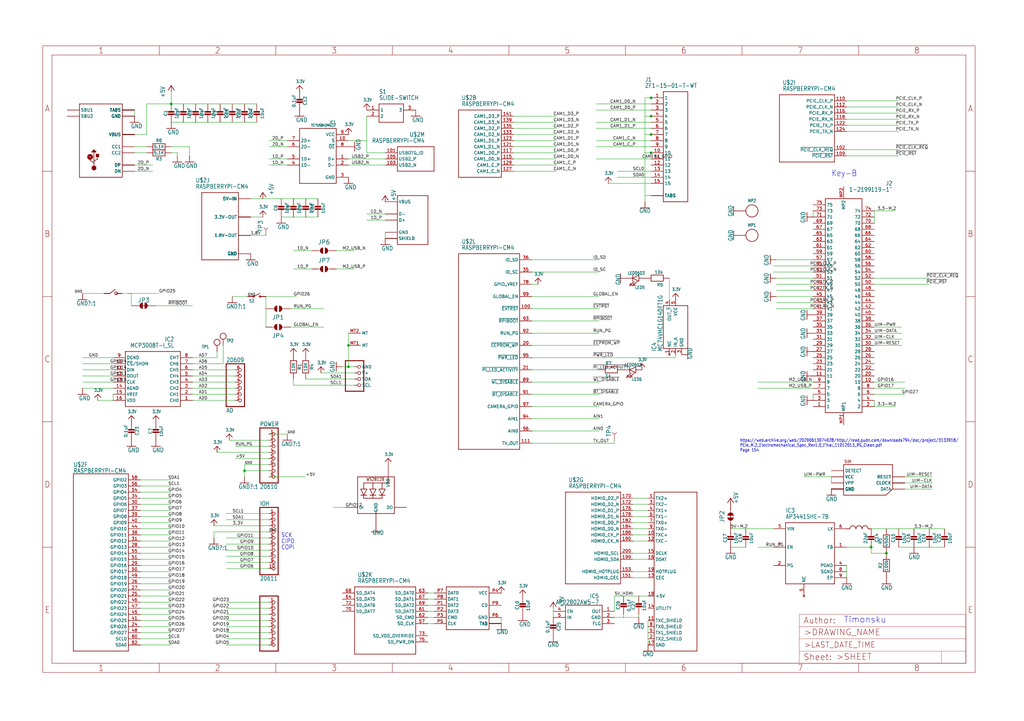
<source format=kicad_sch>
(kicad_sch (version 20210621) (generator eeschema)
  (paper "User" 425.45 299.593)
  (junction (at 361.95 227.33))
  (junction (at 270.51 48.26))
  (junction (at 101.6 195.58))
  (junction (at 144.78 152.4))
  (junction (at 144.78 143.51))
  (junction (at 270.51 63.5))
  (junction (at 270.51 40.64))
  (junction (at 270.51 55.88))
  (junction (at 368.3 229.87))
  (junction (at 71.12 43.18))
  (wire (pts (xy 147.32 157.48) (xy 127 157.48)))
  (wire (pts (xy 351.79 52.07) (xy 373.38 52.07)))
  (wire (pts (xy 80.01 151.13) (xy 90.17 151.13)))
  (wire (pts (xy 55.88 63.5) (xy 58.42 63.5)))
  (wire (pts (xy 363.22 118.11) (xy 386.08 118.11)))
  (wire (pts (xy 262.89 224.79) (xy 269.24 224.79)))
  (wire (pts (xy 262.89 229.87) (xy 269.24 229.87)))
  (wire (pts (xy 34.29 156.21) (xy 46.99 156.21)))
  (wire (pts (xy 71.12 50.8) (xy 76.2 50.8)))
  (wire (pts (xy 80.01 148.59) (xy 90.17 148.59)))
  (wire (pts (xy 111.76 190.5) (xy 97.79 190.5)))
  (wire (pts (xy 91.44 50.8) (xy 96.52 50.8)))
  (wire (pts (xy 345.44 198.12) (xy 345.44 200.66)))
  (wire (pts (xy 110.49 128.27) (xy 110.49 135.89)))
  (wire (pts (xy 58.42 255.27) (xy 71.12 255.27)))
  (wire (pts (xy 213.36 71.12) (xy 231.14 71.12)))
  (wire (pts (xy 334.01 198.12) (xy 345.44 198.12)))
  (wire (pts (xy 58.42 247.65) (xy 71.12 247.65)))
  (wire (pts (xy 110.49 123.19) (xy 123.19 123.19)))
  (wire (pts (xy 351.79 49.53) (xy 373.38 49.53)))
  (wire (pts (xy 80.01 158.75) (xy 97.79 158.75)))
  (wire (pts (xy 247.65 58.42) (xy 270.51 58.42)))
  (wire (pts (xy 351.79 44.45) (xy 373.38 44.45)))
  (wire (pts (xy 80.01 153.67) (xy 97.79 153.67)))
  (wire (pts (xy 256.54 73.66) (xy 270.51 73.66)))
  (wire (pts (xy 58.42 217.17) (xy 71.12 217.17)))
  (wire (pts (xy 321.31 113.03) (xy 337.82 113.03)))
  (wire (pts (xy 120.65 135.89) (xy 134.62 135.89)))
  (wire (pts (xy 269.24 265.43) (xy 269.24 267.97)))
  (wire (pts (xy 58.42 260.35) (xy 71.12 260.35)))
  (wire (pts (xy 180.34 246.38) (xy 177.8 246.38)))
  (wire (pts (xy 220.98 133.35) (xy 248.92 133.35)))
  (wire (pts (xy 58.42 262.89) (xy 71.12 262.89)))
  (wire (pts (xy 58.42 219.71) (xy 71.12 219.71)))
  (wire (pts (xy 160.02 68.58) (xy 144.78 68.58)))
  (wire (pts (xy 58.42 63.5) (xy 60.96 63.5)))
  (wire (pts (xy 58.42 224.79) (xy 71.12 224.79)))
  (wire (pts (xy 220.98 168.91) (xy 248.92 168.91)))
  (wire (pts (xy 34.29 151.13) (xy 46.99 151.13)))
  (wire (pts (xy 111.76 265.43) (xy 93.98 265.43)))
  (wire (pts (xy 64.77 127) (xy 80.01 127)))
  (wire (pts (xy 58.42 229.87) (xy 71.12 229.87)))
  (wire (pts (xy 269.24 260.35) (xy 269.24 262.89)))
  (wire (pts (xy 322.58 128.27) (xy 337.82 128.27)))
  (wire (pts (xy 34.29 158.75) (xy 46.99 158.75)))
  (wire (pts (xy 110.49 123.19) (xy 110.49 128.27)))
  (wire (pts (xy 220.98 153.67) (xy 248.92 153.67)))
  (wire (pts (xy 213.36 53.34) (xy 231.14 53.34)))
  (wire (pts (xy 152.4 91.44) (xy 160.02 91.44)))
  (wire (pts (xy 132.08 90.17) (xy 127 90.17)))
  (wire (pts (xy 53.34 121.92) (xy 54.61 121.92)))
  (wire (pts (xy 375.92 161.29) (xy 363.22 161.29)))
  (wire (pts (xy 265.43 247.65) (xy 269.24 247.65)))
  (wire (pts (xy 220.98 107.95) (xy 248.92 107.95)))
  (wire (pts (xy 363.22 115.57) (xy 386.08 115.57)))
  (wire (pts (xy 267.97 48.26) (xy 270.51 48.26)))
  (wire (pts (xy 121.92 160.02) (xy 121.92 157.48)))
  (wire (pts (xy 262.89 212.09) (xy 269.24 212.09)))
  (wire (pts (xy 387.35 203.2) (xy 375.92 203.2)))
  (wire (pts (xy 109.22 82.55) (xy 104.14 82.55)))
  (wire (pts (xy 40.64 166.37) (xy 46.99 166.37)))
  (wire (pts (xy 58.42 242.57) (xy 71.12 242.57)))
  (wire (pts (xy 34.29 153.67) (xy 46.99 153.67)))
  (wire (pts (xy 259.08 255.27) (xy 259.08 256.54)))
  (wire (pts (xy 139.7 111.76) (xy 147.32 111.76)))
  (wire (pts (xy 267.97 40.64) (xy 267.97 48.26)))
  (wire (pts (xy 58.42 214.63) (xy 71.12 214.63)))
  (wire (pts (xy 58.42 232.41) (xy 71.12 232.41)))
  (wire (pts (xy 373.38 227.33) (xy 379.73 227.33)))
  (wire (pts (xy 220.98 113.03) (xy 248.92 113.03)))
  (wire (pts (xy 60.96 55.88) (xy 60.96 43.18)))
  (wire (pts (xy 208.28 256.54) (xy 208.28 259.08)))
  (wire (pts (xy 160.02 96.52) (xy 160.02 99.06)))
  (wire (pts (xy 386.08 227.33) (xy 392.43 227.33)))
  (wire (pts (xy 58.42 250.19) (xy 71.12 250.19)))
  (wire (pts (xy 267.97 63.5) (xy 270.51 63.5)))
  (wire (pts (xy 220.98 173.99) (xy 248.92 173.99)))
  (wire (pts (xy 337.82 166.37) (xy 337.82 163.83)))
  (wire (pts (xy 111.76 218.44) (xy 88.9 218.44)))
  (wire (pts (xy 71.12 43.18) (xy 71.12 38.1)))
  (wire (pts (xy 97.79 156.21) (xy 80.01 156.21)))
  (wire (pts (xy 109.22 82.55) (xy 116.84 82.55)))
  (wire (pts (xy 213.36 48.26) (xy 231.14 48.26)))
  (wire (pts (xy 363.22 138.43) (xy 374.65 138.43)))
  (wire (pts (xy 147.32 160.02) (xy 121.92 160.02)))
  (wire (pts (xy 373.38 219.71) (xy 379.73 219.71)))
  (wire (pts (xy 363.22 168.91) (xy 372.11 168.91)))
  (wire (pts (xy 361.95 219.71) (xy 368.3 219.71)))
  (wire (pts (xy 386.08 219.71) (xy 392.43 219.71)))
  (wire (pts (xy 54.61 121.92) (xy 54.61 127)))
  (wire (pts (xy 247.65 60.96) (xy 270.51 60.96)))
  (wire (pts (xy 262.89 237.49) (xy 269.24 237.49)))
  (wire (pts (xy 111.76 193.04) (xy 101.6 193.04)))
  (wire (pts (xy 58.42 204.47) (xy 71.12 204.47)))
  (wire (pts (xy 63.5 68.58) (xy 55.88 68.58)))
  (wire (pts (xy 213.36 60.96) (xy 231.14 60.96)))
  (wire (pts (xy 73.66 63.5) (xy 73.66 64.77)))
  (wire (pts (xy 351.79 41.91) (xy 373.38 41.91)))
  (wire (pts (xy 270.51 40.64) (xy 267.97 40.64)))
  (wire (pts (xy 269.24 257.81) (xy 269.24 260.35)))
  (wire (pts (xy 127 82.55) (xy 132.08 82.55)))
  (wire (pts (xy 111.76 187.96) (xy 90.17 187.96)))
  (wire (pts (xy 303.53 227.33) (xy 309.88 227.33)))
  (wire (pts (xy 351.79 54.61) (xy 373.38 54.61)))
  (wire (pts (xy 220.98 184.15) (xy 248.92 184.15)))
  (wire (pts (xy 101.6 43.18) (xy 106.68 43.18)))
  (wire (pts (xy 262.89 219.71) (xy 269.24 219.71)))
  (wire (pts (xy 86.36 43.18) (xy 91.44 43.18)))
  (wire (pts (xy 351.79 62.23) (xy 373.38 62.23)))
  (wire (pts (xy 255.27 247.65) (xy 259.08 247.65)))
  (wire (pts (xy 322.58 120.65) (xy 337.82 120.65)))
  (wire (pts (xy 93.98 228.6) (xy 111.76 228.6)))
  (wire (pts (xy 119.38 60.96) (xy 111.76 60.96)))
  (wire (pts (xy 81.28 43.18) (xy 86.36 43.18)))
  (wire (pts (xy 220.98 179.07) (xy 248.92 179.07)))
  (wire (pts (xy 46.99 166.37) (xy 46.99 163.83)))
  (wire (pts (xy 111.76 257.81) (xy 93.98 257.81)))
  (wire (pts (xy 180.34 251.46) (xy 177.8 251.46)))
  (wire (pts (xy 58.42 207.01) (xy 71.12 207.01)))
  (wire (pts (xy 262.89 207.01) (xy 269.24 207.01)))
  (wire (pts (xy 313.69 219.71) (xy 309.88 219.71)))
  (wire (pts (xy 351.79 234.95) (xy 351.79 237.49)))
  (wire (pts (xy 269.24 262.89) (xy 269.24 265.43)))
  (wire (pts (xy 93.98 226.06) (xy 111.76 226.06)))
  (wire (pts (xy 111.76 182.88) (xy 95.25 182.88)))
  (wire (pts (xy 90.17 151.13) (xy 92.71 151.13)))
  (wire (pts (xy 121.92 90.17) (xy 116.84 90.17)))
  (wire (pts (xy 58.42 245.11) (xy 71.12 245.11)))
  (wire (pts (xy 229.87 252.73) (xy 229.87 254)))
  (wire (pts (xy 220.98 128.27) (xy 248.92 128.27)))
  (wire (pts (xy 259.08 247.65) (xy 265.43 247.65)))
  (wire (pts (xy 314.96 227.33) (xy 321.31 227.33)))
  (wire (pts (xy 152.4 63.5) (xy 152.4 58.42)))
  (wire (pts (xy 256.54 76.2) (xy 252.73 76.2)))
  (wire (pts (xy 361.95 227.33) (xy 361.95 229.87)))
  (wire (pts (xy 78.74 60.96) (xy 78.74 63.5)))
  (wire (pts (xy 247.65 66.04) (xy 270.51 66.04)))
  (wire (pts (xy 119.38 58.42) (xy 111.76 58.42)))
  (wire (pts (xy 220.98 123.19) (xy 248.92 123.19)))
  (wire (pts (xy 213.36 63.5) (xy 231.14 63.5)))
  (wire (pts (xy 363.22 87.63) (xy 372.11 87.63)))
  (wire (pts (xy 152.4 88.9) (xy 160.02 88.9)))
  (wire (pts (xy 139.7 104.14) (xy 147.32 104.14)))
  (wire (pts (xy 248.92 184.15) (xy 255.27 184.15)))
  (wire (pts (xy 55.88 55.88) (xy 60.96 55.88)))
  (wire (pts (xy 111.76 195.58) (xy 101.6 195.58)))
  (wire (pts (xy 262.89 240.03) (xy 269.24 240.03)))
  (wire (pts (xy 111.76 213.36) (xy 93.98 213.36)))
  (wire (pts (xy 86.36 50.8) (xy 91.44 50.8)))
  (wire (pts (xy 76.2 43.18) (xy 81.28 43.18)))
  (wire (pts (xy 247.65 50.8) (xy 270.51 50.8)))
  (wire (pts (xy 34.29 121.92) (xy 43.18 121.92)))
  (wire (pts (xy 322.58 118.11) (xy 337.82 118.11)))
  (wire (pts (xy 351.79 227.33) (xy 361.95 227.33)))
  (wire (pts (xy 102.87 123.19) (xy 96.52 123.19)))
  (wire (pts (xy 58.42 257.81) (xy 71.12 257.81)))
  (wire (pts (xy 280.67 147.32) (xy 280.67 148.59)))
  (wire (pts (xy 121.92 104.14) (xy 129.54 104.14)))
  (wire (pts (xy 111.76 220.98) (xy 88.9 220.98)))
  (wire (pts (xy 144.78 143.51) (xy 144.78 152.4)))
  (wire (pts (xy 101.6 193.04) (xy 101.6 195.58)))
  (wire (pts (xy 119.38 180.34) (xy 111.76 180.34)))
  (wire (pts (xy 111.76 267.97) (xy 93.98 267.97)))
  (wire (pts (xy 120.65 128.27) (xy 134.62 128.27)))
  (wire (pts (xy 213.36 58.42) (xy 231.14 58.42)))
  (wire (pts (xy 379.73 227.33) (xy 386.08 227.33)))
  (wire (pts (xy 46.99 161.29) (xy 34.29 161.29)))
  (wire (pts (xy 121.92 82.55) (xy 127 82.55)))
  (wire (pts (xy 267.97 55.88) (xy 270.51 55.88)))
  (wire (pts (xy 160.02 66.04) (xy 144.78 66.04)))
  (wire (pts (xy 92.71 151.13) (xy 92.71 143.51)))
  (wire (pts (xy 337.82 107.95) (xy 322.58 107.95)))
  (wire (pts (xy 71.12 43.18) (xy 76.2 43.18)))
  (wire (pts (xy 337.82 90.17) (xy 337.82 87.63)))
  (wire (pts (xy 58.42 199.39) (xy 71.12 199.39)))
  (wire (pts (xy 111.76 260.35) (xy 93.98 260.35)))
  (wire (pts (xy 220.98 163.83) (xy 248.92 163.83)))
  (wire (pts (xy 363.22 140.97) (xy 374.65 140.97)))
  (wire (pts (xy 144.78 152.4) (xy 142.24 152.4)))
  (wire (pts (xy 119.38 68.58) (xy 111.76 68.58)))
  (wire (pts (xy 337.82 161.29) (xy 314.96 161.29)))
  (wire (pts (xy 78.74 63.5) (xy 78.74 64.77)))
  (wire (pts (xy 81.28 50.8) (xy 86.36 50.8)))
  (wire (pts (xy 58.42 252.73) (xy 71.12 252.73)))
  (wire (pts (xy 363.22 135.89) (xy 374.65 135.89)))
  (wire (pts (xy 213.36 55.88) (xy 231.14 55.88)))
  (wire (pts (xy 58.42 267.97) (xy 71.12 267.97)))
  (wire (pts (xy 363.22 87.63) (xy 363.22 90.17)))
  (wire (pts (xy 229.87 254) (xy 229.87 256.54)))
  (wire (pts (xy 262.89 209.55) (xy 269.24 209.55)))
  (wire (pts (xy 34.29 148.59) (xy 46.99 148.59)))
  (wire (pts (xy 247.65 45.72) (xy 270.51 45.72)))
  (wire (pts (xy 262.89 217.17) (xy 269.24 217.17)))
  (wire (pts (xy 255.27 184.15) (xy 255.27 182.88)))
  (wire (pts (xy 101.6 195.58) (xy 101.6 198.12)))
  (wire (pts (xy 278.13 115.57) (xy 278.13 124.46)))
  (wire (pts (xy 256.54 71.12) (xy 270.51 71.12)))
  (wire (pts (xy 144.78 138.43) (xy 144.78 143.51)))
  (wire (pts (xy 55.88 60.96) (xy 60.96 60.96)))
  (wire (pts (xy 255.27 254) (xy 255.27 247.65)))
  (wire (pts (xy 111.76 252.73) (xy 93.98 252.73)))
  (wire (pts (xy 96.52 43.18) (xy 101.6 43.18)))
  (wire (pts (xy 152.4 58.42) (xy 152.4 48.26)))
  (wire (pts (xy 111.76 255.27) (xy 93.98 255.27)))
  (wire (pts (xy 58.42 222.25) (xy 71.12 222.25)))
  (wire (pts (xy 223.52 118.11) (xy 220.98 118.11)))
  (wire (pts (xy 262.89 232.41) (xy 269.24 232.41)))
  (wire (pts (xy 58.42 209.55) (xy 71.12 209.55)))
  (wire (pts (xy 322.58 123.19) (xy 337.82 123.19)))
  (wire (pts (xy 361.95 229.87) (xy 368.3 229.87)))
  (wire (pts (xy 351.79 64.77) (xy 373.38 64.77)))
  (wire (pts (xy 138.43 210.82) (xy 143.51 210.82)))
  (wire (pts (xy 109.22 90.17) (xy 104.14 90.17)))
  (wire (pts (xy 71.12 60.96) (xy 78.74 60.96)))
  (wire (pts (xy 255.27 256.54) (xy 259.08 256.54)))
  (wire (pts (xy 76.2 50.8) (xy 81.28 50.8)))
  (wire (pts (xy 262.89 222.25) (xy 269.24 222.25)))
  (wire (pts (xy 387.35 198.12) (xy 375.92 198.12)))
  (wire (pts (xy 270.51 81.28) (xy 267.97 81.28)))
  (wire (pts (xy 309.88 219.71) (xy 303.53 219.71)))
  (wire (pts (xy 363.22 143.51) (xy 374.65 143.51)))
  (wire (pts (xy 267.97 81.28) (xy 267.97 83.82)))
  (wire (pts (xy 247.65 43.18) (xy 270.51 43.18)))
  (wire (pts (xy 97.79 161.29) (xy 80.01 161.29)))
  (wire (pts (xy 267.97 55.88) (xy 267.97 63.5)))
  (wire (pts (xy 97.79 166.37) (xy 80.01 166.37)))
  (wire (pts (xy 180.34 256.54) (xy 177.8 256.54)))
  (wire (pts (xy 379.73 219.71) (xy 386.08 219.71)))
  (wire (pts (xy 116.84 82.55) (xy 121.92 82.55)))
  (wire (pts (xy 90.17 148.59) (xy 90.17 146.05)))
  (wire (pts (xy 127 90.17) (xy 121.92 90.17)))
  (wire (pts (xy 321.31 219.71) (xy 313.69 219.71)))
  (wire (pts (xy 265.43 256.54) (xy 265.43 255.27)))
  (wire (pts (xy 58.42 240.03) (xy 71.12 240.03)))
  (wire (pts (xy 368.3 219.71) (xy 373.38 219.71)))
  (wire (pts (xy 144.78 152.4) (xy 147.32 152.4)))
  (wire (pts (xy 58.42 234.95) (xy 71.12 234.95)))
  (wire (pts (xy 111.76 262.89) (xy 93.98 262.89)))
  (wire (pts (xy 280.67 148.59) (xy 220.98 148.59)))
  (wire (pts (xy 58.42 265.43) (xy 71.12 265.43)))
  (wire (pts (xy 144.78 58.42) (xy 152.4 58.42)))
  (wire (pts (xy 58.42 227.33) (xy 71.12 227.33)))
  (wire (pts (xy 101.6 50.8) (xy 106.68 50.8)))
  (wire (pts (xy 58.42 237.49) (xy 71.12 237.49)))
  (wire (pts (xy 337.82 115.57) (xy 322.58 115.57)))
  (wire (pts (xy 337.82 158.75) (xy 314.96 158.75)))
  (wire (pts (xy 97.79 185.42) (xy 111.76 185.42)))
  (wire (pts (xy 63.5 71.12) (xy 55.88 71.12)))
  (wire (pts (xy 91.44 43.18) (xy 96.52 43.18)))
  (wire (pts (xy 50.8 121.92) (xy 53.34 121.92)))
  (wire (pts (xy 247.65 53.34) (xy 270.51 53.34)))
  (wire (pts (xy 262.89 214.63) (xy 269.24 214.63)))
  (wire (pts (xy 351.79 46.99) (xy 373.38 46.99)))
  (wire (pts (xy 213.36 66.04) (xy 231.14 66.04)))
  (wire (pts (xy 213.36 50.8) (xy 231.14 50.8)))
  (wire (pts (xy 363.22 166.37) (xy 363.22 168.91)))
  (wire (pts (xy 71.12 63.5) (xy 73.66 63.5)))
  (wire (pts (xy 259.08 256.54) (xy 265.43 256.54)))
  (wire (pts (xy 270.51 76.2) (xy 256.54 76.2)))
  (wire (pts (xy 213.36 68.58) (xy 231.14 68.58)))
  (wire (pts (xy 267.97 48.26) (xy 267.97 55.88)))
  (wire (pts (xy 58.42 212.09) (xy 71.12 212.09)))
  (wire (pts (xy 55.88 45.72) (xy 55.88 48.26)))
  (wire (pts (xy 93.98 236.22) (xy 111.76 236.22)))
  (wire (pts (xy 387.35 200.66) (xy 375.92 200.66)))
  (wire (pts (xy 53.34 121.92) (xy 66.04 121.92)))
  (wire (pts (xy 322.58 125.73) (xy 337.82 125.73)))
  (wire (pts (xy 96.52 50.8) (xy 101.6 50.8)))
  (wire (pts (xy 111.76 198.12) (xy 127 198.12)))
  (wire (pts (xy 363.22 90.17) (xy 363.22 92.71)))
  (wire (pts (xy 180.34 248.92) (xy 177.8 248.92)))
  (wire (pts (xy 119.38 66.04) (xy 111.76 66.04)))
  (wire (pts (xy 58.42 201.93) (xy 71.12 201.93)))
  (wire (pts (xy 133.35 154.94) (xy 147.32 154.94)))
  (wire (pts (xy 363.22 163.83) (xy 375.92 163.83)))
  (wire (pts (xy 321.31 110.49) (xy 337.82 110.49)))
  (wire (pts (xy 104.14 97.79) (xy 110.49 97.79)))
  (wire (pts (xy 180.34 259.08) (xy 177.8 259.08)))
  (wire (pts (xy 93.98 233.68) (xy 111.76 233.68)))
  (wire (pts (xy 160.02 63.5) (xy 152.4 63.5)))
  (wire (pts (xy 80.01 163.83) (xy 97.79 163.83)))
  (wire (pts (xy 220.98 143.51) (xy 248.92 143.51)))
  (wire (pts (xy 220.98 158.75) (xy 248.92 158.75)))
  (wire (pts (xy 180.34 254) (xy 177.8 254)))
  (wire (pts (xy 375.92 158.75) (xy 363.22 158.75)))
  (wire (pts (xy 111.76 250.19) (xy 93.98 250.19)))
  (wire (pts (xy 111.76 215.9) (xy 93.98 215.9)))
  (wire (pts (xy 220.98 138.43) (xy 248.92 138.43)))
  (wire (pts (xy 88.9 220.98) (xy 88.9 223.52)))
  (wire (pts (xy 121.92 111.76) (xy 129.54 111.76)))
  (wire (pts (xy 351.79 237.49) (xy 351.79 240.03)))
  (wire (pts (xy 93.98 223.52) (xy 111.76 223.52)))
  (wire (pts (xy 93.98 231.14) (xy 111.76 231.14)))
  (wire (pts (xy 60.96 43.18) (xy 71.12 43.18)))
  (wire (pts (xy 267.97 63.5) (xy 267.97 81.28)))
  (text "Timonsku" (at 350.52 259.08 180) (effects (font (size 2.54 2.54)) (justify left bottom)))
  (text "COPI" (at 116.84 228.6 180) (effects (font (size 1.778 1.5113)) (justify left bottom)))
  (text "https://web.archive.org/web/20200613074028/http://read.pudn.com/downloads794/doc/project/3133918/\nPCIe_M.2_Electromechanical_Spec_Rev1.0_Final_11012013_RS_Clean.pdf\nPage 154" (at 307.34 187.96 0) (effects (font (size 1.27 1.0795)) (justify left bottom)))
  (text "Key-B" (at 345.44 73.66 180) (effects (font (size 2.54 2.159)) (justify left bottom)))
  (text "CIPO" (at 116.84 226.06 180) (effects (font (size 1.778 1.5113)) (justify left bottom)))
  (text "SCK" (at 116.84 223.52 180) (effects (font (size 1.778 1.5113)) (justify left bottom)))
  (label "2D_N" (at 113.03 60.96 0) (effects (font (size 1.2446 1.2446))))
  (label "2D_P" (at 57.15 68.58 0) (effects (font (size 1.2446 1.2446))))
  (label "GPIO11" (at 105.41 223.52 180) (effects (font (size 1.2446 1.2446))))
  (label "GPIO19" (at 95.25 260.35 180) (effects (font (size 1.2446 1.2446))))
  (label "GPIO20" (at 69.85 245.11 0) (effects (font (size 1.2446 1.2446))))
  (label "1D_N" (at 113.03 68.58 0) (effects (font (size 1.2446 1.2446))))
  (label "PCIE_CLK_N" (at 372.11 44.45 0) (effects (font (size 1.2446 1.2446))))
  (label "3.3-M.2" (at 379.73 219.71 0) (effects (font (size 1.2446 1.2446))))
  (label "AD1" (at 82.55 163.83 0) (effects (font (size 1.2446 1.2446))))
  (label "+5V" (at 127 198.12 0) (effects (font (size 1.2446 1.2446))))
  (label "CAMERA_GPIO" (at 266.7 66.04 0) (effects (font (size 1.2446 1.2446))))
  (label "PCIE_TX_P" (at 372.11 52.07 0) (effects (font (size 1.2446 1.2446))))
  (label "CAMERA_GPIO" (at 246.38 168.91 0) (effects (font (size 1.2446 1.2446))))
  (label "~{PCIE_CLK_REQ}" (at 384.81 115.57 0) (effects (font (size 1.2446 1.2446))))
  (label "SCL1" (at 137.16 160.02 0) (effects (font (size 1.2446 1.2446))))
  (label "~{EXTRST}" (at 246.38 128.27 0) (effects (font (size 1.2446 1.2446))))
  (label "GND" (at 102.87 123.19 0) (effects (font (size 1.016 1.016))))
  (label "GPIO4" (at 69.85 204.47 0) (effects (font (size 1.2446 1.2446))))
  (label "3.3-M.2" (at 364.49 87.63 0) (effects (font (size 1.2446 1.2446))))
  (label "M2_USB_P" (at 142.24 111.76 0) (effects (font (size 1.2446 1.2446))))
  (label "PCIE_RX_P" (at 372.11 46.99 0) (effects (font (size 1.2446 1.2446))))
  (label "CAM1_D3_P" (at 229.87 48.26 0) (effects (font (size 1.2446 1.2446))))
  (label "PCIE_RX_N" (at 336.55 128.27 0) (effects (font (size 1.2446 1.2446))))
  (label "GPIO9" (at 105.41 226.06 180) (effects (font (size 1.2446 1.2446))))
  (label "2D_N" (at 57.15 71.12 0) (effects (font (size 1.2446 1.2446))))
  (label "UIM-PWR" (at 334.01 198.12 0) (effects (font (size 1.2446 1.2446))))
  (label "GPIO22" (at 95.25 252.73 180) (effects (font (size 1.2446 1.2446))))
  (label "PCIE_TX_P" (at 336.55 118.11 0) (effects (font (size 1.2446 1.2446))))
  (label "GPIO12" (at 69.85 224.79 0) (effects (font (size 1.2446 1.2446))))
  (label "AD2" (at 82.55 161.29 0) (effects (font (size 1.2446 1.2446))))
  (label "GPIO14" (at 45.72 153.67 0) (effects (font (size 1.2446 1.2446))))
  (label "RUN_PG" (at 246.38 138.43 0) (effects (font (size 1.2446 1.2446))))
  (label "GPIO26" (at 69.85 260.35 0) (effects (font (size 1.2446 1.2446))))
  (label "~{RPIBOOT}" (at 246.38 133.35 0) (effects (font (size 1.2446 1.2446))))
  (label "~{WL_DISABLE}" (at 246.38 158.75 0) (effects (font (size 1.2446 1.2446))))
  (label "CAM1_D3_N" (at 229.87 50.8 0) (effects (font (size 1.2446 1.2446))))
  (label "~{PCIE_RST}" (at 372.11 64.77 0) (effects (font (size 1.2446 1.2446))))
  (label "PCIE_CLK_P" (at 372.11 41.91 0) (effects (font (size 1.2446 1.2446))))
  (label "3.3-M.2" (at 364.49 168.91 0) (effects (font (size 1.2446 1.2446))))
  (label "SDA1" (at 96.52 215.9 0) (effects (font (size 1.2446 1.2446))))
  (label "GND" (at 111.76 220.98 0) (effects (font (size 1.016 1.016))))
  (label "GPIO10" (at 105.41 228.6 180) (effects (font (size 1.2446 1.2446))))
  (label "2D_P" (at 113.03 58.42 0) (effects (font (size 1.2446 1.2446))))
  (label "CAM1_D0_N" (at 229.87 66.04 0) (effects (font (size 1.2446 1.2446))))
  (label "UIM-PWR" (at 363.22 135.89 0) (effects (font (size 1.2446 1.2446))))
  (label "CAM1_D0_P" (at 229.87 63.5 0) (effects (font (size 1.2446 1.2446))))
  (label "CAM1_D2_N" (at 229.87 55.88 0) (effects (font (size 1.2446 1.2446))))
  (label "~{PCIE_CLK_REQ}" (at 372.11 62.23 0) (effects (font (size 1.2446 1.2446))))
  (label "RUN_PG" (at 121.92 128.27 0) (effects (font (size 1.2446 1.2446))))
  (label "M2_USB_N" (at 142.24 104.14 0) (effects (font (size 1.2446 1.2446))))
  (label "~{PWR_LED}" (at 246.38 148.59 0) (effects (font (size 1.2446 1.2446))))
  (label "GPIO16" (at 364.49 158.75 0) (effects (font (size 1.2446 1.2446))))
  (label "SCL0" (at 69.85 265.43 0) (effects (font (size 1.2446 1.2446))))
  (label "GPIO16" (at 69.85 234.95 0) (effects (font (size 1.2446 1.2446))))
  (label "GLOBAL_EN" (at 121.92 135.89 0) (effects (font (size 1.2446 1.2446))))
  (label "ID_SD" (at 246.38 107.95 0) (effects (font (size 1.2446 1.2446))))
  (label "GPIO8" (at 105.41 231.14 180) (effects (font (size 1.2446 1.2446))))
  (label "SDA0" (at 262.89 73.66 0) (effects (font (size 1.2446 1.2446))))
  (label "GPIO13" (at 45.72 156.21 0) (effects (font (size 1.2446 1.2446))))
  (label "PCIE_TX_N" (at 372.11 54.61 0) (effects (font (size 1.2446 1.2446))))
  (label "M2_USB_N" (at 327.66 158.75 0) (effects (font (size 1.2446 1.2446))))
  (label "GND" (at 36.83 148.59 0) (effects (font (size 1.2446 1.2446))))
  (label "GPIO6" (at 69.85 209.55 0) (effects (font (size 1.2446 1.2446))))
  (label "GND" (at 119.38 180.34 0) (effects (font (size 1.016 1.016))))
  (label "GPIO19" (at 69.85 242.57 0) (effects (font (size 1.2446 1.2446))))
  (label "GPIO25" (at 66.04 121.92 0) (effects (font (size 1.2446 1.2446))))
  (label "CAM1_C_N" (at 229.87 71.12 0) (effects (font (size 1.2446 1.2446))))
  (label "UIM-DATA" (at 363.22 138.43 0) (effects (font (size 1.2446 1.2446))))
  (label "GPIO25" (at 69.85 257.81 0) (effects (font (size 1.2446 1.2446))))
  (label "1D_P" (at 128.27 111.76 180) (effects (font (size 1.2446 1.2446))))
  (label "USB2_N" (at 146.05 68.58 0) (effects (font (size 1.2446 1.2446))))
  (label "PCIE_CLK_P" (at 336.55 110.49 0) (effects (font (size 1.2446 1.2446))))
  (label "PCIE_CLK_N" (at 336.55 113.03 0) (effects (font (size 1.2446 1.2446))))
  (label "AD4" (at 82.55 156.21 0) (effects (font (size 1.2446 1.2446))))
  (label "GPIO5" (at 69.85 207.01 0) (effects (font (size 1.2446 1.2446))))
  (label "GPIO22" (at 69.85 250.19 0) (effects (font (size 1.2446 1.2446))))
  (label "USB2_P" (at 146.05 66.04 0) (effects (font (size 1.2446 1.2446))))
  (label "GPIO5" (at 95.25 267.97 180) (effects (font (size 1.2446 1.2446))))
  (label "TV_OUT" (at 246.38 184.15 0) (effects (font (size 1.2446 1.2446))))
  (label "SCL0" (at 262.89 71.12 0) (effects (font (size 1.2446 1.2446))))
  (label "PCIE_RX_N" (at 372.11 49.53 0) (effects (font (size 1.2446 1.2446))))
  (label "CAM1_C_P" (at 229.87 68.58 0) (effects (font (size 1.2446 1.2446))))
  (label "PCIE_TX_N" (at 336.55 120.65 0) (effects (font (size 1.2446 1.2446))))
  (label "SDA1" (at 69.85 199.39 0) (effects (font (size 1.2446 1.2446))))
  (label "GPIO4" (at 95.25 265.43 180) (effects (font (size 1.2446 1.2446))))
  (label "GPIO26" (at 121.92 123.19 0) (effects (font (size 1.2446 1.2446))))
  (label "AD3" (at 82.55 158.75 0) (effects (font (size 1.2446 1.2446))))
  (label "GPIO6" (at 105.41 236.22 180) (effects (font (size 1.2446 1.2446))))
  (label "GPIO18" (at 69.85 240.03 0) (effects (font (size 1.2446 1.2446))))
  (label "~{BT_DISABLE}" (at 246.38 163.83 0) (effects (font (size 1.2446 1.2446))))
  (label "GPIO18" (at 95.25 262.89 180) (effects (font (size 1.2446 1.2446))))
  (label "GPIO23" (at 95.25 250.19 180) (effects (font (size 1.2446 1.2446))))
  (label "SDA1" (at 137.16 157.48 0) (effects (font (size 1.2446 1.2446))))
  (label "5V-M.2" (at 303.53 219.71 0) (effects (font (size 1.2446 1.2446))))
  (label "UIM-DATA" (at 387.35 203.2 180) (effects (font (size 1.2446 1.2446))))
  (label "GPIO21" (at 95.25 255.27 180) (effects (font (size 1.2446 1.2446))))
  (label "GPIO15" (at 69.85 232.41 0) (effects (font (size 1.2446 1.2446))))
  (label "CAM1_D1_P" (at 229.87 58.42 0) (effects (font (size 1.2446 1.2446))))
  (label "GPIO8" (at 69.85 214.63 0) (effects (font (size 1.2446 1.2446))))
  (label "CAM1_C_P" (at 264.16 60.96 180) (effects (font (size 1.2446 1.2446))))
  (label "1D_P" (at 158.75 91.44 180) (effects (font (size 1.2446 1.2446))))
  (label "GPIO14" (at 69.85 229.87 0) (effects (font (size 1.2446 1.2446))))
  (label "SDA0" (at 69.85 267.97 0) (effects (font (size 1.2446 1.2446))))
  (label "UIM-RESET" (at 387.35 198.12 180) (effects (font (size 1.2446 1.2446))))
  (label "AD0" (at 82.55 166.37 0) (effects (font (size 1.2446 1.2446))))
  (label "~{PI_LED_ACTIVITY}" (at 246.38 153.67 0) (effects (font (size 1.2446 1.2446))))
  (label "1.8V" (at 104.14 97.79 0) (effects (font (size 1.2446 1.2446))))
  (label "GPIO24" (at 69.85 255.27 0) (effects (font (size 1.2446 1.2446))))
  (label "CAM1_C_N" (at 264.16 58.42 180) (effects (font (size 1.2446 1.2446))))
  (label "UIM-RESET" (at 363.22 143.51 0) (effects (font (size 1.2446 1.2446))))
  (label "CAM1_D0_P" (at 264.16 45.72 180) (effects (font (size 1.2446 1.2446))))
  (label "SCL1" (at 69.85 201.93 0) (effects (font (size 1.2446 1.2446))))
  (label "5V_HDMI" (at 255.27 247.65 0) (effects (font (size 1.2446 1.2446))))
  (label "3.3V" (at 96.52 218.44 0) (effects (font (size 1.3513 1.3513))))
  (label "CAM1_D0_N" (at 264.16 43.18 180) (effects (font (size 1.2446 1.2446))))
  (label "AIN0" (at 246.38 179.07 0) (effects (font (size 1.2446 1.2446))))
  (label "RUN_PG" (at 97.79 185.42 0) (effects (font (size 1.1735 1.1735))))
  (label "GPIO24" (at 45.72 151.13 0) (effects (font (size 1.2446 1.2446))))
  (label "CAM1_D1_N" (at 264.16 50.8 180) (effects (font (size 1.2446 1.2446))))
  (label "RUN_PG" (at 318.135 227.33 0) (effects (font (size 1.2446 1.2446))))
  (label "GPIO27" (at 374.65 163.83 0) (effects (font (size 1.2446 1.2446))))
  (label "GPIO12" (at 143.51 210.82 0) (effects (font (size 1.2446 1.2446))))
  (label "~{RPIBOOT}" (at 69.85 127 0) (effects (font (size 1.2446 1.2446))))
  (label "GND" (at 34.29 121.92 180) (effects (font (size 1.016 1.016))))
  (label "CAM1_D1_N" (at 229.87 60.96 0) (effects (font (size 1.2446 1.2446))))
  (label "GPIO20" (at 95.25 257.81 180) (effects (font (size 1.2446 1.2446))))
  (label "~{EEPROM_WP}" (at 246.38 143.51 0) (effects (font (size 1.2446 1.2446))))
  (label "GPIO9" (at 69.85 217.17 0) (effects (font (size 1.2446 1.2446))))
  (label "GPIO23" (at 69.85 252.73 0) (effects (font (size 1.2446 1.2446))))
  (label "SCL1" (at 96.52 213.36 0) (effects (font (size 1.2446 1.2446))))
  (label "GPIO17" (at 69.85 237.49 0) (effects (font (size 1.2446 1.2446))))
  (label "AIN1" (at 246.38 173.99 0) (effects (font (size 1.2446 1.2446))))
  (label "CAM1_D2_P" (at 229.87 53.34 0) (effects (font (size 1.2446 1.2446))))
  (label "GPIO10" (at 69.85 219.71 0) (effects (font (size 1.2446 1.2446))))
  (label "PCIE_RX_P" (at 336.55 125.73 0) (effects (font (size 1.2446 1.2446))))
  (label "UIM-CLK" (at 363.22 140.97 0) (effects (font (size 1.2446 1.2446))))
  (label "ID_SC" (at 246.38 113.03 0) (effects (font (size 1.2446 1.2446))))
  (label "GPIO15" (at 45.72 158.75 0) (effects (font (size 1.2446 1.2446))))
  (label "GPIO27" (at 69.85 262.89 0) (effects (font (size 1.2446 1.2446))))
  (label "GND" (at 101.6 193.04 0) (effects (font (size 1.016 1.016))))
  (label "GPIO17" (at 364.49 161.29 0) (effects (font (size 1.2446 1.2446))))
  (label "GPIO7" (at 105.41 233.68 180) (effects (font (size 1.2446 1.2446))))
  (label "1D_N" (at 128.27 104.14 180) (effects (font (size 1.2446 1.2446))))
  (label "1D_P" (at 113.03 66.04 0) (effects (font (size 1.2446 1.2446))))
  (label "~{PCIE_RST}" (at 384.81 118.11 0) (effects (font (size 1.2446 1.2446))))
  (label "GPIO11" (at 69.85 222.25 0) (effects (font (size 1.2446 1.2446))))
  (label "GPIO21" (at 69.85 247.65 0) (effects (font (size 1.2446 1.2446))))
  (label "GLOBAL_EN" (at 246.38 123.19 0) (effects (font (size 1.2446 1.2446))))
  (label "M2_USB_P" (at 327.66 161.29 0) (effects (font (size 1.2446 1.2446))))
  (label "AD5" (at 82.55 153.67 0) (effects (font (size 1.2446 1.2446))))
  (label "UIM-CLK" (at 387.35 200.66 180) (effects (font (size 1.2446 1.2446))))
  (label "AD6" (at 82.55 151.13 0) (effects (font (size 1.2446 1.2446))))
  (label "+5V" (at 97.79 190.5 0) (effects (font (size 1.2446 1.2446))))
  (label "CAM1_D1_P" (at 264.16 53.34 180) (effects (font (size 1.2446 1.2446))))
  (label "AD7" (at 82.55 148.59 0) (effects (font (size 1.2446 1.2446))))
  (label "GPIO13" (at 69.85 227.33 0) (effects (font (size 1.2446 1.2446))))
  (label "1D_N" (at 158.75 88.9 180) (effects (font (size 1.2446 1.2446))))
  (label "GPIO7" (at 69.85 212.09 0) (effects (font (size 1.2446 1.2446))))
  (symbol (lib_id "Piunora-eagle-import:HDMI_MOLEX_47151-0001") (at 279.4 222.25 0) (unit 1)
    (property "Reference" "CN2" (effects hide))
    (property "Value" "HDMI_MOLEX_47151-0001" (effects hide))
    (property "Footprint" "HDMI_MOLEX_47151-0001" (effects hide))
  )
  (symbol (lib_id "Piunora-eagle-import:GND") (at 269.24 270.51 0) (unit 1)
    (property "Reference" "#GND2" (effects hide))
    (property "Value" "GND" (at 269.24 270.764 0) (effects (font (size 1.778 1.5113)) (justify top)))
  )
  (symbol (lib_id "Piunora-eagle-import:GND") (at 335.28 130.81 270) (mirror x) (unit 1)
    (property "Reference" "#GND17" (effects hide))
    (property "Value" "GND" (at 332.74 133.35 0) (effects (font (size 1.778 1.5113)) (justify left bottom)))
  )
  (symbol (lib_id "Piunora-eagle-import:GND") (at 335.28 90.17 270) (mirror x) (unit 1)
    (property "Reference" "#GND21" (effects hide))
    (property "Value" "GND" (at 332.74 92.71 0) (effects (font (size 1.778 1.5113)) (justify left bottom)))
  )
  (symbol (lib_id "Piunora-eagle-import:CAP_CERAMIC1206") (at 96.52 48.26 0) (unit 1)
    (property "Reference" "C21" (at 94.23 47.01 90))
    (property "Value" "10uF" (at 98.82 47.01 90))
    (property "Footprint" "1206" (effects hide))
  )
  (symbol (lib_id "Piunora-eagle-import:GND") (at 257.81 115.57 270) (unit 1)
    (property "Reference" "#U$60" (effects hide))
    (property "Value" "GND" (at 255.905 113.665 0) (effects (font (size 1.778 1.5113)) (justify left bottom)))
  )
  (symbol (lib_id "Piunora-eagle-import:GND") (at 368.3 242.57 0) (mirror y) (unit 1)
    (property "Reference" "#GND10" (effects hide))
    (property "Value" "GND" (at 370.84 245.11 0) (effects (font (size 1.778 1.5113)) (justify left bottom)))
  )
  (symbol (lib_id "Piunora-eagle-import:GND") (at 71.12 53.34 0) (unit 1)
    (property "Reference" "#U$18" (effects hide))
    (property "Value" "GND" (at 69.596 55.88 0) (effects (font (size 1.778 1.5113)) (justify left bottom)))
  )
  (symbol (lib_id "Piunora-eagle-import:RESISTOR_0603MP") (at 127 152.4 270) (unit 1)
    (property "Reference" "R4" (at 129.54 152.4 0))
    (property "Value" "10K" (at 127 152.4 0))
    (property "Footprint" "_0603MP" (effects hide))
  )
  (symbol (lib_id "Piunora-eagle-import:GND") (at 320.04 115.57 270) (mirror x) (unit 1)
    (property "Reference" "#GND19" (effects hide))
    (property "Value" "GND" (at 317.5 118.11 0) (effects (font (size 1.778 1.5113)) (justify left bottom)))
  )
  (symbol (lib_id "Piunora-eagle-import:CAP_CERAMIC1206") (at 71.12 48.26 0) (unit 1)
    (property "Reference" "C1" (at 68.83 47.01 90))
    (property "Value" "10uF" (at 73.42 47.01 90))
    (property "Footprint" "1206" (effects hide))
  )
  (symbol (lib_id "Piunora-eagle-import:GND") (at 104.14 107.95 0) (unit 1)
    (property "Reference" "#U$9" (effects hide))
    (property "Value" "GND" (at 102.616 110.49 0) (effects (font (size 1.778 1.5113)) (justify left bottom)))
  )
  (symbol (lib_id "Piunora-eagle-import:3.3V") (at 124.46 35.56 0) (unit 1)
    (property "Reference" "#U$24" (effects hide))
    (property "Value" "3.3V" (at 122.936 34.544 0) (effects (font (size 1.27 1.0795)) (justify left bottom)))
  )
  (symbol (lib_id "Piunora-eagle-import:+5V") (at 303.53 207.01 0) (unit 1)
    (property "Reference" "#P+5" (effects hide))
    (property "Value" "+5V" (at 304.8 204.47 90) (effects (font (size 1.778 1.5113)) (justify right top)))
  )
  (symbol (lib_id "Piunora-eagle-import:HEADER-1X6ROUND") (at 100.33 158.75 0) (mirror x) (unit 1)
    (property "Reference" "AD" (at 93.98 169.545 0) (effects (font (size 1.778 1.5113)) (justify left bottom)))
    (property "Value" "20609" (at 93.98 148.59 0) (effects (font (size 1.778 1.5113)) (justify left bottom)))
    (property "Footprint" "1X06_ROUND" (effects hide))
  )
  (symbol (lib_id "Piunora-eagle-import:A3L-LOC-MOD") (at 17.78 279.4 0) (unit 1)
    (property "Reference" "#FRAME1" (effects hide))
    (property "Value" "A3L-LOC-MOD" (effects hide))
  )
  (symbol (lib_id "Piunora-eagle-import:GND") (at 229.87 266.7 0) (unit 1)
    (property "Reference" "#GND7" (effects hide))
    (property "Value" "GND" (at 229.87 266.954 0) (effects (font (size 1.778 1.5113)) (justify top)))
  )
  (symbol (lib_id "Piunora-eagle-import:3.3V") (at 133.35 152.4 0) (unit 1)
    (property "Reference" "#U$1" (effects hide))
    (property "Value" "3.3V" (at 131.826 151.384 0) (effects (font (size 1.27 1.0795)) (justify left bottom)))
  )
  (symbol (lib_id "Piunora-eagle-import:GND?{colon}1") (at 119.38 182.88 0) (unit 1)
    (property "Reference" "#GND4" (effects hide))
    (property "Value" "GND?{colon}1" (at 116.84 185.42 0) (effects (font (size 1.778 1.5113)) (justify left bottom)))
  )
  (symbol (lib_id "Piunora-eagle-import:GND") (at 320.04 123.19 270) (mirror x) (unit 1)
    (property "Reference" "#GND18" (effects hide))
    (property "Value" "GND" (at 317.5 125.73 0) (effects (font (size 1.778 1.5113)) (justify left bottom)))
  )
  (symbol (lib_id "Piunora-eagle-import:TESTPOINT1.5X2.0MM_NOCREAM") (at 92.71 143.51 0) (unit 1)
    (property "Reference" "TP2" (at 93.98 142.24 0) (effects (font (size 1.27 1.0795)) (justify left bottom)))
    (property "Value" "TEST-POINT3X5" (effects hide))
    (property "Footprint" "PAD-1.5X2.0" (effects hide))
  )
  (symbol (lib_id "Piunora-eagle-import:RASPBERRYPI-CM4") (at 30.48 270.51 0) (unit 6)
    (property "Reference" "U$2" (at 30.48 193.04 0) (effects (font (size 1.778 1.5113)) (justify left)))
    (property "Value" "RASPBERRYPI-CM4" (at 30.48 195.58 0) (effects (font (size 1.778 1.5113)) (justify left)))
    (property "Footprint" "RASPBERRYPI-CM4" (effects hide))
  )
  (symbol (lib_id "Piunora-eagle-import:CAP_CERAMIC1206") (at 121.92 87.63 0) (unit 1)
    (property "Reference" "C8" (at 119.63 86.38 90))
    (property "Value" "10uF" (at 124.22 86.38 90))
    (property "Footprint" "1206" (effects hide))
  )
  (symbol (lib_id "Piunora-eagle-import:RESISTOR_0603MP") (at 121.92 152.4 270) (unit 1)
    (property "Reference" "R1" (at 124.46 152.4 0))
    (property "Value" "10K" (at 121.92 152.4 0))
    (property "Footprint" "_0603MP" (effects hide))
  )
  (symbol (lib_id "Piunora-eagle-import:GND") (at 34.29 163.83 0) (unit 1)
    (property "Reference" "#U$41" (effects hide))
    (property "Value" "GND" (at 32.766 166.37 0) (effects (font (size 1.778 1.5113)) (justify left bottom)))
  )
  (symbol (lib_id "Piunora-eagle-import:3.3V") (at 90.17 185.42 0) (unit 1)
    (property "Reference" "#U$8" (effects hide))
    (property "Value" "3.3V" (at 88.646 184.404 0) (effects (font (size 1.27 1.0795)) (justify left bottom)))
  )
  (symbol (lib_id "Piunora-eagle-import:WS2812B3535") (at 156.21 208.28 0) (unit 1)
    (property "Reference" "LED7" (effects hide))
    (property "Value" "WS2812B3535" (effects hide))
    (property "Footprint" "LED3535" (effects hide))
  )
  (symbol (lib_id "Piunora-eagle-import:3.3V") (at 280.67 121.92 0) (unit 1)
    (property "Reference" "#U$62" (effects hide))
    (property "Value" "3.3V" (at 279.146 120.904 0) (effects (font (size 1.27 1.0795)) (justify left bottom)))
  )
  (symbol (lib_id "Piunora-eagle-import:RESISTOR_0603MP") (at 368.3 224.79 270) (unit 1)
    (property "Reference" "R5" (at 365.76 224.79 0))
    (property "Value" "450k" (at 368.3 224.79 0))
    (property "Footprint" "_0603MP" (effects hide))
  )
  (symbol (lib_id "Piunora-eagle-import:CAP_CERAMIC1206") (at 101.6 48.26 0) (unit 1)
    (property "Reference" "C22" (at 99.31 47.01 90))
    (property "Value" "10uF" (at 103.9 47.01 90))
    (property "Footprint" "1206" (effects hide))
  )
  (symbol (lib_id "Piunora-eagle-import:HEADER-1X8ROUND") (at 114.3 190.5 0) (unit 1)
    (property "Reference" "POWER" (at 107.95 177.165 0) (effects (font (size 1.778 1.5113)) (justify left bottom)))
    (property "Value" "20610" (at 107.95 203.2 0) (effects (font (size 1.778 1.5113)) (justify left bottom)))
    (property "Footprint" "1X08_ROUND" (effects hide))
  )
  (symbol (lib_id "Piunora-eagle-import:LED0603") (at 262.89 115.57 180) (unit 1)
    (property "Reference" "LED5" (at 267.97 118.745 0) (effects (font (size 1.27 1.0795)) (justify left bottom)))
    (property "Value" "LED0603" (at 267.97 112.776 0) (effects (font (size 1.27 1.0795)) (justify left bottom)))
    (property "Footprint" "CHIPLED_0603" (effects hide))
  )
  (symbol (lib_id "Piunora-eagle-import:MCP3008T-I_SL") (at 80.01 166.37 180) (unit 1)
    (property "Reference" "IC2" (at 72.39 140.97 0) (effects (font (size 1.778 1.5113)) (justify left)))
    (property "Value" "MCP3008T-I_SL" (at 72.39 143.51 0) (effects (font (size 1.778 1.5113)) (justify left)))
    (property "Footprint" "SOIC127P600X175-16N" (effects hide))
  )
  (symbol (lib_id "Piunora-eagle-import:JUMPER-SMT_2_NC_TRACE_NO-SILK") (at 59.69 127 0) (unit 1)
    (property "Reference" "JP3" (at 57.15 125.73 0) (effects (font (size 1.778 1.778)) (justify left bottom)))
    (property "Value" "JUMPER-SMT_2_NC_TRACE_NO-SILK" (effects hide))
    (property "Footprint" "SMT-JUMPER_2_NC_TRACE_NO-SILK" (effects hide))
  )
  (symbol (lib_id "Piunora-eagle-import:RESISTOR_0603MP") (at 368.3 234.95 270) (unit 1)
    (property "Reference" "R2" (at 365.76 234.95 0))
    (property "Value" "100k" (at 368.3 234.95 0))
    (property "Footprint" "_0603MP" (effects hide))
  )
  (symbol (lib_id "Piunora-eagle-import:GND") (at 144.78 76.2 0) (unit 1)
    (property "Reference" "#U$16" (effects hide))
    (property "Value" "GND" (at 143.256 78.74 0) (effects (font (size 1.778 1.5113)) (justify left bottom)))
  )
  (symbol (lib_id "Piunora-eagle-import:3.3V") (at 144.78 53.34 0) (unit 1)
    (property "Reference" "#U$15" (effects hide))
    (property "Value" "3.3V" (at 143.256 52.324 0) (effects (font (size 1.27 1.0795)) (justify left bottom)))
  )
  (symbol (lib_id "Piunora-eagle-import:GND") (at 351.79 242.57 0) (mirror y) (unit 1)
    (property "Reference" "#GND9" (effects hide))
    (property "Value" "GND" (at 354.33 245.11 0) (effects (font (size 1.778 1.5113)) (justify left bottom)))
  )
  (symbol (lib_id "Piunora-eagle-import:3.3V") (at 64.77 172.72 0) (unit 1)
    (property "Reference" "#U$38" (effects hide))
    (property "Value" "3.3V" (at 63.246 171.704 0) (effects (font (size 1.27 1.0795)) (justify left bottom)))
  )
  (symbol (lib_id "Piunora-eagle-import:RESISTOR_0603MP") (at 66.04 63.5 180) (unit 1)
    (property "Reference" "R3" (at 66.04 66.04 0))
    (property "Value" "5.1K" (at 66.04 63.5 0))
    (property "Footprint" "_0603MP" (effects hide))
  )
  (symbol (lib_id "Piunora-eagle-import:STEMMA_I2C_QT") (at 147.32 157.48 0) (unit 1)
    (property "Reference" "CONN1" (effects hide))
    (property "Value" "STEMMA_I2C_QT" (effects hide))
    (property "Footprint" "JST_SH4" (effects hide))
  )
  (symbol (lib_id "Piunora-eagle-import:CAP_CERAMIC_0805MP") (at 303.53 224.79 0) (unit 1)
    (property "Reference" "C17" (at 301.24 223.54 90))
    (property "Value" "10uF" (at 305.83 223.54 90))
    (property "Footprint" "_0805MP" (effects hide))
  )
  (symbol (lib_id "Piunora-eagle-import:WA-SMSI_9774XXX243_9774020243R-UNI") (at 312.42 97.79 0) (unit 1)
    (property "Reference" "MP1" (at 312.42 94.234 0) (effects (font (size 1.27 1.0795)) (justify bottom)))
    (property "Value" "WA-SMSI_9774XXX243_9774020243R-UNI" (effects hide))
    (property "Footprint" "WA-SMSI_9774020243-UNIVERSAL" (effects hide))
  )
  (symbol (lib_id "Piunora-eagle-import:JE-USB-A-C42595") (at 165.1 101.6 0) (unit 1)
    (property "Reference" "U$11" (effects hide))
    (property "Value" "JE-USB-A-C42595" (effects hide))
    (property "Footprint" "JE-USB-A-C42595" (effects hide))
  )
  (symbol (lib_id "Piunora-eagle-import:HEADER-1X8ROUND") (at 114.3 260.35 0) (unit 1)
    (property "Reference" "IOL" (effects hide))
    (property "Value" "20610" (effects hide))
    (property "Footprint" "1X08_ROUND" (effects hide))
  )
  (symbol (lib_id "Piunora-eagle-import:RASPBERRYPI-CM4") (at 190.5 186.69 0) (unit 12)
    (property "Reference" "U$2" (at 191.77 100.33 0) (effects (font (size 1.778 1.5113)) (justify left)))
    (property "Value" "RASPBERRYPI-CM4" (at 191.77 102.87 0) (effects (font (size 1.778 1.5113)) (justify left)))
    (property "Footprint" "RASPBERRYPI-CM4" (effects hide))
  )
  (symbol (lib_id "Piunora-eagle-import:RASPBERRYPI-CM4") (at 147.32 271.78 0) (unit 11)
    (property "Reference" "U$2" (at 148.59 238.76 0) (effects (font (size 1.778 1.5113)) (justify left)))
    (property "Value" "RASPBERRYPI-CM4" (at 148.59 241.3 0) (effects (font (size 1.778 1.5113)) (justify left)))
    (property "Footprint" "RASPBERRYPI-CM4" (effects hide))
  )
  (symbol (lib_id "Piunora-eagle-import:GND") (at 304.8 97.79 270) (unit 1)
    (property "Reference" "#GND25" (effects hide))
    (property "Value" "GND" (at 304.546 97.79 0) (effects (font (size 1.778 1.5113)) (justify top)))
  )
  (symbol (lib_id "Piunora-eagle-import:JUMPER-SMT_2_NO_SILK") (at 115.57 128.27 180) (unit 1)
    (property "Reference" "JP1" (at 118.11 130.81 0) (effects (font (size 1.778 1.778)) (justify left bottom)))
    (property "Value" "JUMPER-SMT_2_NO_SILK" (effects hide))
    (property "Footprint" "SMT-JUMPER_2_NO_SILK" (effects hide))
  )
  (symbol (lib_id "Piunora-eagle-import:WA-SMSI_9774XXX243_9774020243R-UNI") (at 312.42 87.63 0) (unit 1)
    (property "Reference" "MP2" (at 312.42 84.074 0) (effects (font (size 1.27 1.0795)) (justify bottom)))
    (property "Value" "WA-SMSI_9774XXX243_9774020243R-UNI" (effects hide))
    (property "Footprint" "WA-SMSI_9774020243-UNIVERSAL" (effects hide))
  )
  (symbol (lib_id "Piunora-eagle-import:TESTPOINT1.5X2.0MM_NOCREAM") (at 90.17 146.05 0) (unit 1)
    (property "Reference" "TP1" (at 83.82 144.78 0) (effects (font (size 1.27 1.0795)) (justify left bottom)))
    (property "Value" "TEST-POINT3X5" (effects hide))
    (property "Footprint" "PAD-1.5X2.0" (effects hide))
  )
  (symbol (lib_id "Piunora-eagle-import:GND") (at 217.17 257.81 0) (unit 1)
    (property "Reference" "#U$43" (effects hide))
    (property "Value" "GND" (at 215.646 260.35 0) (effects (font (size 1.778 1.5113)) (justify left bottom)))
  )
  (symbol (lib_id "Piunora-eagle-import:MC74VHC1G14DFT1G") (at 278.13 147.32 90) (unit 1)
    (property "Reference" "IC4" (at 271.78 146.05 0) (effects (font (size 1.778 1.5113)) (justify left)))
    (property "Value" "MC74VHC1G14DFT1G" (at 274.32 146.05 0) (effects (font (size 1.778 1.5113)) (justify left)))
    (property "Footprint" "SOT65P210X110-5N" (effects hide))
  )
  (symbol (lib_id "Piunora-eagle-import:CAP_CERAMIC1206") (at 132.08 87.63 0) (unit 1)
    (property "Reference" "C11" (at 129.79 86.38 90))
    (property "Value" "10uF" (at 134.38 86.38 90))
    (property "Footprint" "1206" (effects hide))
  )
  (symbol (lib_id "Piunora-eagle-import:RESISTOR_0603MP") (at 66.04 60.96 180) (unit 1)
    (property "Reference" "R8" (at 66.04 58.42 0))
    (property "Value" "5.1K" (at 66.04 60.96 0))
    (property "Footprint" "_0603MP" (effects hide))
  )
  (symbol (lib_id "Piunora-eagle-import:CAP_CERAMIC_0805MP") (at 379.73 224.79 0) (unit 1)
    (property "Reference" "C16" (at 377.44 223.54 90))
    (property "Value" "10uF" (at 382.03 223.54 90))
    (property "Footprint" "_0805MP" (effects hide))
  )
  (symbol (lib_id "Piunora-eagle-import:CAP_CERAMIC_0805MP") (at 81.28 48.26 0) (unit 1)
    (property "Reference" "C3" (at 78.99 47.01 90))
    (property "Value" "10uF" (at 83.58 47.01 90))
    (property "Footprint" "_0805MP" (effects hide))
  )
  (symbol (lib_id "Piunora-eagle-import:3.3V") (at 54.61 172.72 0) (unit 1)
    (property "Reference" "#U$35" (effects hide))
    (property "Value" "3.3V" (at 53.086 171.704 0) (effects (font (size 1.27 1.0795)) (justify left bottom)))
  )
  (symbol (lib_id "Piunora-eagle-import:3.3V") (at 40.64 163.83 0) (unit 1)
    (property "Reference" "#U$40" (effects hide))
    (property "Value" "3.3V" (at 39.116 162.814 0) (effects (font (size 1.27 1.0795)) (justify left bottom)))
  )
  (symbol (lib_id "Piunora-eagle-import:GND?{colon}1") (at 88.9 226.06 0) (unit 1)
    (property "Reference" "#GND6" (effects hide))
    (property "Value" "GND?{colon}1" (at 86.36 228.6 0) (effects (font (size 1.778 1.5113)) (justify left bottom)))
  )
  (symbol (lib_id "Piunora-eagle-import:3.3V") (at 266.7 151.13 0) (unit 1)
    (property "Reference" "#U$33" (effects hide))
    (property "Value" "3.3V" (at 265.176 150.114 0) (effects (font (size 1.27 1.0795)) (justify left bottom)))
  )
  (symbol (lib_id "Piunora-eagle-import:GND") (at 335.28 156.21 270) (mirror x) (unit 1)
    (property "Reference" "#GND14" (effects hide))
    (property "Value" "GND" (at 332.74 158.75 0) (effects (font (size 1.778 1.5113)) (justify left bottom)))
  )
  (symbol (lib_id "Piunora-eagle-import:TYPE-C-31-M-12") (at 50.8 73.66 0) (mirror y) (unit 1)
    (property "Reference" "X4" (effects hide))
    (property "Value" "USB C" (effects hide))
    (property "Footprint" "USB-TYPE-C_16PIN-MALE-TYPE-C-31-M-12" (effects hide))
  )
  (symbol (lib_id "Piunora-eagle-import:JUMPER-SMT_2_NO_NO-SILK-ROUNDED") (at 134.62 104.14 0) (unit 1)
    (property "Reference" "JP6" (at 132.08 101.6 0) (effects (font (size 1.778 1.778)) (justify left bottom)))
    (property "Value" "JUMPER-SMT_2_NO_NO-SILK-ROUNDED" (effects hide))
    (property "Footprint" "SMT-JUMPER_2_NO_NO-SILK-ROUNDED" (effects hide))
  )
  (symbol (lib_id "Piunora-eagle-import:JUMPER-SMT_2_NC_TRACE_NO-SILK") (at 303.53 214.63 90) (unit 1)
    (property "Reference" "JP2" (at 300.99 217.17 0) (effects (font (size 1.778 1.778)) (justify left bottom)))
    (property "Value" "JUMPER-SMT_2_NC_TRACE_NO-SILK" (effects hide))
    (property "Footprint" "SMT-JUMPER_2_NC_TRACE_NO-SILK" (effects hide))
  )
  (symbol (lib_id "Piunora-eagle-import:INDUCTOR") (at 356.87 219.71 0) (unit 1)
    (property "Reference" "U$27" (effects hide))
    (property "Value" "INDUCTOR" (effects hide))
    (property "Footprint" "INDUCTOR" (effects hide))
  )
  (symbol (lib_id "Piunora-eagle-import:3.3V") (at 223.52 115.57 0) (unit 1)
    (property "Reference" "#U$28" (effects hide))
    (property "Value" "3.3V" (at 221.996 114.554 0) (effects (font (size 1.27 1.0795)) (justify left bottom)))
  )
  (symbol (lib_id "Piunora-eagle-import:ZF1-15-01-T-WT") (at 270.51 58.42 0) (unit 1)
    (property "Reference" "J1" (at 267.97 33.02 0) (effects (font (size 1.778 1.5113)) (justify left)))
    (property "Value" "ZF1-15-01-T-WT" (at 267.97 35.56 0) (effects (font (size 1.778 1.5113)) (justify left)))
    (property "Footprint" "ZF1-15-XX-ZZ-WT" (effects hide))
  )
  (symbol (lib_id "Piunora-eagle-import:GND") (at 139.7 152.4 270) (unit 1)
    (property "Reference" "#GND1" (effects hide))
    (property "Value" "GND" (at 137.16 149.86 0) (effects (font (size 1.778 1.5113)) (justify left bottom)))
  )
  (symbol (lib_id "Piunora-eagle-import:RESISTOR_0603MP") (at 254 153.67 0) (unit 1)
    (property "Reference" "R7" (at 251.46 151.638 0) (effects (justify left bottom)))
    (property "Value" "1k" (at 251.46 156.845 0) (effects (justify left bottom)))
    (property "Footprint" "_0603MP" (effects hide))
  )
  (symbol (lib_id "Piunora-eagle-import:GND") (at 116.84 92.71 0) (unit 1)
    (property "Reference" "#U$21" (effects hide))
    (property "Value" "GND" (at 115.316 95.25 0) (effects (font (size 1.778 1.5113)) (justify left bottom)))
  )
  (symbol (lib_id "Piunora-eagle-import:CAP_CERAMIC0603MINI") (at 229.87 259.08 180) (unit 1)
    (property "Reference" "C25" (at 232.16 260.33 90))
    (property "Value" "0.1uF" (at 227.57 260.33 90))
    (property "Footprint" "0603-MINI-CAP" (effects hide))
  )
  (symbol (lib_id "Piunora-eagle-import:RASPBERRYPI-CM4") (at 180.34 60.96 180) (unit 13)
    (property "Reference" "U$2" (at 176.53 55.88 0) (effects (font (size 1.778 1.5113)) (justify left)))
    (property "Value" "RASPBERRYPI-CM4" (at 176.53 58.42 0) (effects (font (size 1.778 1.5113)) (justify left)))
    (property "Footprint" "RASPBERRYPI-CM4" (effects hide))
  )
  (symbol (lib_id "Piunora-eagle-import:RASPBERRYPI-CM4") (at 234.95 242.57 0) (unit 7)
    (property "Reference" "U$2" (at 236.22 199.39 0) (effects (font (size 1.778 1.5113)) (justify left)))
    (property "Value" "RASPBERRYPI-CM4" (at 236.22 201.93 0) (effects (font (size 1.778 1.5113)) (justify left)))
    (property "Footprint" "RASPBERRYPI-CM4" (effects hide))
  )
  (symbol (lib_id "Piunora-eagle-import:TEST-POINT") (at 255.27 182.88 90) (unit 1)
    (property "Reference" "TP4" (at 254 181.61 0) (effects (font (size 1.778 1.778)) (justify left bottom)))
    (property "Value" "TEST-POINT" (effects hide))
    (property "Footprint" "PAD-2MM" (effects hide))
  )
  (symbol (lib_id "Piunora-eagle-import:GND") (at 320.04 107.95 270) (mirror x) (unit 1)
    (property "Reference" "#GND20" (effects hide))
    (property "Value" "GND" (at 317.5 110.49 0) (effects (font (size 1.778 1.5113)) (justify left bottom)))
  )
  (symbol (lib_id "Piunora-eagle-import:AP3441SHE-7B") (at 321.31 227.33 0) (unit 1)
    (property "Reference" "IC3" (at 326.39 212.09 0) (effects (font (size 1.778 1.5113)) (justify left)))
    (property "Value" "AP3441SHE-7B" (at 326.39 214.63 0) (effects (font (size 1.778 1.5113)) (justify left)))
    (property "Footprint" "SON50P201X201X60-9N" (effects hide))
  )
  (symbol (lib_id "Piunora-eagle-import:CAP_CERAMIC1206") (at 106.68 48.26 0) (unit 1)
    (property "Reference" "C24" (at 104.39 47.01 90))
    (property "Value" "10uF" (at 108.98 47.01 90))
    (property "Footprint" "1206" (effects hide))
  )
  (symbol (lib_id "Piunora-eagle-import:GND") (at 73.66 67.31 0) (unit 1)
    (property "Reference" "#U$26" (effects hide))
    (property "Value" "GND" (at 72.136 69.85 0) (effects (font (size 1.778 1.5113)) (justify left bottom)))
  )
  (symbol (lib_id "Piunora-eagle-import:CAP_CERAMIC_0805MP") (at 64.77 180.34 0) (unit 1)
    (property "Reference" "C7" (at 62.48 179.09 90))
    (property "Value" "10uF" (at 67.07 179.09 90))
    (property "Footprint" "_0805MP" (effects hide))
  )
  (symbol (lib_id "Piunora-eagle-import:GND") (at 208.28 261.62 0) (unit 1)
    (property "Reference" "#U$45" (effects hide))
    (property "Value" "GND" (at 206.375 263.525 0) (effects (font (size 1.778 1.5113)) (justify left bottom)))
  )
  (symbol (lib_id "Piunora-eagle-import:SLIDE-SWITCH") (at 152.4 45.72 0) (unit 1)
    (property "Reference" "S1" (at 157.48 38.1 0) (effects (font (size 1.778 1.5113)) (justify left)))
    (property "Value" "SLIDE-SWITCH" (at 157.48 40.64 0) (effects (font (size 1.778 1.5113)) (justify left)))
    (property "Footprint" "SLIDE-SWITCH" (effects hide))
  )
  (symbol (lib_id "Piunora-eagle-import:GND") (at 54.61 185.42 0) (unit 1)
    (property "Reference" "#U$36" (effects hide))
    (property "Value" "GND" (at 53.086 187.96 0) (effects (font (size 1.778 1.5113)) (justify left bottom)))
  )
  (symbol (lib_id "Piunora-eagle-import:GND") (at 55.88 50.8 0) (unit 1)
    (property "Reference" "#U$31" (effects hide))
    (property "Value" "GND" (at 54.356 53.34 0) (effects (font (size 1.778 1.5113)) (justify left bottom)))
  )
  (symbol (lib_id "Piunora-eagle-import:GND") (at 285.75 147.32 90) (unit 1)
    (property "Reference" "#U$64" (effects hide))
    (property "Value" "GND" (at 287.655 149.225 0) (effects (font (size 1.778 1.5113)) (justify left bottom)))
  )
  (symbol (lib_id "Piunora-eagle-import:LED0603") (at 261.62 153.67 180) (unit 1)
    (property "Reference" "LED6" (at 266.7 156.845 0) (effects (font (size 1.27 1.0795)) (justify left bottom)))
    (property "Value" "LED0603" (at 266.7 150.876 0) (effects (font (size 1.27 1.0795)) (justify left bottom)))
    (property "Footprint" "CHIPLED_0603" (effects hide))
  )
  (symbol (lib_id "Piunora-eagle-import:GND") (at 147.32 60.96 90) (unit 1)
    (property "Reference" "#U$17" (effects hide))
    (property "Value" "GND" (at 149.86 62.484 0) (effects (font (size 1.778 1.5113)) (justify left bottom)))
  )
  (symbol (lib_id "Piunora-eagle-import:CAP_CERAMIC0603MINI") (at 361.95 222.25 180) (unit 1)
    (property "Reference" "C14" (at 364.24 223.5 90))
    (property "Value" "22pF" (at 359.65 223.5 90))
    (property "Footprint" "0603-MINI-CAP" (effects hide))
  )
  (symbol (lib_id "Piunora-eagle-import:GND") (at 267.97 86.36 0) (unit 1)
    (property "Reference" "#GND22" (effects hide))
    (property "Value" "GND" (at 267.97 86.614 0) (effects (font (size 1.778 1.5113)) (justify top)))
  )
  (symbol (lib_id "Piunora-eagle-import:3.3V") (at 161.29 190.5 0) (unit 1)
    (property "Reference" "#U$44" (effects hide))
    (property "Value" "3.3V" (at 159.766 189.484 0) (effects (font (size 1.27 1.0795)) (justify left bottom)))
  )
  (symbol (lib_id "Piunora-eagle-import:CAP_CERAMIC1206") (at 86.36 48.26 0) (unit 1)
    (property "Reference" "C4" (at 84.07 47.01 90))
    (property "Value" "10uF" (at 88.66 47.01 90))
    (property "Footprint" "1206" (effects hide))
  )
  (symbol (lib_id "Piunora-eagle-import:AP22802AW5-7") (at 255.27 254 0) (mirror y) (unit 1)
    (property "Reference" "IC5" (at 248.92 247.65 0) (effects (font (size 1.778 1.5113)) (justify left)))
    (property "Value" "AP22802AW5-7" (at 248.92 250.19 0) (effects (font (size 1.778 1.5113)) (justify left)))
    (property "Footprint" "SOT95P285X130-5N" (effects hide))
  )
  (symbol (lib_id "Piunora-eagle-import:STEMMA_I2C_QT") (at 144.78 138.43 0) (unit 3)
    (property "Reference" "CONN1" (effects hide))
    (property "Value" "STEMMA_I2C_QT" (effects hide))
    (property "Footprint" "JST_SH4" (effects hide))
  )
  (symbol (lib_id "Piunora-eagle-import:GND?{colon}1") (at 101.6 200.66 0) (unit 1)
    (property "Reference" "#GND5" (effects hide))
    (property "Value" "GND?{colon}1" (at 99.06 203.2 0) (effects (font (size 1.778 1.5113)) (justify left bottom)))
  )
  (symbol (lib_id "Piunora-eagle-import:RESISTOR_0603MP") (at 273.05 115.57 180) (unit 1)
    (property "Reference" "R6" (at 275.59 117.602 0) (effects (justify left bottom)))
    (property "Value" "10k" (at 275.59 112.395 0) (effects (justify left bottom)))
    (property "Footprint" "_0603MP" (effects hide))
  )
  (symbol (lib_id "Piunora-eagle-import:CAP_CERAMIC_0805MP") (at 309.88 224.79 0) (unit 1)
    (property "Reference" "C18" (at 307.59 223.54 90))
    (property "Value" "10uF" (at 312.18 223.54 90))
    (property "Footprint" "_0805MP" (effects hide))
  )
  (symbol (lib_id "Piunora-eagle-import:RASPBERRYPI-CM4") (at 190.5 73.66 0) (unit 2)
    (property "Reference" "U$2" (at 191.77 40.64 0) (effects (font (size 1.778 1.5113)) (justify left)))
    (property "Value" "RASPBERRYPI-CM4" (at 191.77 43.18 0) (effects (font (size 1.778 1.5113)) (justify left)))
    (property "Footprint" "RASPBERRYPI-CM4" (effects hide))
  )
  (symbol (lib_id "Piunora-eagle-import:GND") (at 304.8 87.63 270) (unit 1)
    (property "Reference" "#GND24" (effects hide))
    (property "Value" "GND" (at 304.546 87.63 0) (effects (font (size 1.778 1.5113)) (justify top)))
  )
  (symbol (lib_id "Piunora-eagle-import:RIGHT-ANGLE-TACT-BTN") (at 107.95 123.19 0) (unit 1)
    (property "Reference" "S2" (at 103.505 125.73 0) (effects (font (size 1.27 1.0795)) (justify left bottom)))
    (property "Value" "RIGHT-ANGLE-TACT-BTN" (effects hide))
    (property "Footprint" "RIGHT-ANGLE-TACT-BTN" (effects hide))
  )
  (symbol (lib_id "Piunora-eagle-import:CAP_CERAMIC_0805MP") (at 217.17 252.73 0) (unit 1)
    (property "Reference" "C10" (at 214.88 251.48 90))
    (property "Value" "10uF" (at 219.47 251.48 90))
    (property "Footprint" "_0805MP" (effects hide))
  )
  (symbol (lib_id "Piunora-eagle-import:CAP_CERAMIC_0805MP") (at 373.38 224.79 0) (unit 1)
    (property "Reference" "C15" (at 371.09 223.54 90))
    (property "Value" "10uF" (at 375.68 223.54 90))
    (property "Footprint" "_0805MP" (effects hide))
  )
  (symbol (lib_id "Piunora-eagle-import:GND") (at 156.21 220.98 0) (unit 1)
    (property "Reference" "#U$7" (effects hide))
    (property "Value" "GND" (at 154.686 222.25 0) (effects (font (size 1.778 1.5113)) (justify left bottom)))
  )
  (symbol (lib_id "Piunora-eagle-import:+5V") (at 229.87 250.19 0) (unit 1)
    (property "Reference" "#P+7" (effects hide))
    (property "Value" "+5V" (at 232.41 247.65 90) (effects (font (size 1.778 1.5113)) (justify right top)))
  )
  (symbol (lib_id "Piunora-eagle-import:4.5MM-TACT-SW") (at 45.72 124.46 0) (unit 1)
    (property "Reference" "U$14" (effects hide))
    (property "Value" "4.5MM-TACT-SW" (effects hide))
    (property "Footprint" "4.5MM-TACT-SW" (effects hide))
  )
  (symbol (lib_id "Piunora-eagle-import:3.3V") (at 88.9 215.9 0) (unit 1)
    (property "Reference" "#U$47" (effects hide))
    (property "Value" "3.3V" (at 87.376 214.884 0) (effects (font (size 1.27 1.0795)) (justify left bottom)))
  )
  (symbol (lib_id "Piunora-eagle-import:3.3V") (at 252.73 73.66 0) (unit 1)
    (property "Reference" "#U$29" (effects hide))
    (property "Value" "3.3V" (at 251.206 72.644 0) (effects (font (size 1.27 1.0795)) (justify left bottom)))
  )
  (symbol (lib_id "Piunora-eagle-import:GND") (at 265.43 259.08 0) (unit 1)
    (property "Reference" "#GND8" (effects hide))
    (property "Value" "GND" (at 265.43 259.334 0) (effects (font (size 1.778 1.5113)) (justify top)))
  )
  (symbol (lib_id "Piunora-eagle-import:CAP_CERAMIC_0805MP") (at 265.43 252.73 0) (unit 1)
    (property "Reference" "C27" (at 263.14 251.48 90))
    (property "Value" "10uF" (at 267.73 251.48 90))
    (property "Footprint" "_0805MP" (effects hide))
  )
  (symbol (lib_id "Piunora-eagle-import:GND") (at 124.46 48.26 0) (unit 1)
    (property "Reference" "#U$25" (effects hide))
    (property "Value" "GND" (at 122.936 50.8 0) (effects (font (size 1.778 1.5113)) (justify left bottom)))
  )
  (symbol (lib_id "Piunora-eagle-import:GND") (at 345.44 205.74 0) (mirror y) (unit 1)
    (property "Reference" "#GND26" (effects hide))
    (property "Value" "GND" (at 347.98 208.28 0) (effects (font (size 1.778 1.5113)) (justify left bottom)))
  )
  (symbol (lib_id "Piunora-eagle-import:CAP_CERAMIC1206") (at 116.84 87.63 0) (unit 1)
    (property "Reference" "C6" (at 114.55 86.38 90))
    (property "Value" "10uF" (at 119.14 86.38 90))
    (property "Footprint" "1206" (effects hide))
  )
  (symbol (lib_id "Piunora-eagle-import:CAP_CERAMIC1206") (at 127 87.63 0) (unit 1)
    (property "Reference" "C9" (at 124.71 86.38 90))
    (property "Value" "10uF" (at 129.3 86.38 90))
    (property "Footprint" "1206" (effects hide))
  )
  (symbol (lib_id "Piunora-eagle-import:HEADER-1X10ROUND") (at 114.3 223.52 0) (unit 1)
    (property "Reference" "IOH" (at 107.95 210.185 0) (effects (font (size 1.778 1.5113)) (justify left bottom)))
    (property "Value" "20611" (at 107.95 241.3 0) (effects (font (size 1.778 1.5113)) (justify left bottom)))
    (property "Footprint" "1X10_ROUND" (effects hide))
  )
  (symbol (lib_id "Piunora-eagle-import:CAP_CERAMIC0603MINI") (at 124.46 40.64 180) (unit 1)
    (property "Reference" "C12" (at 126.75 41.89 90))
    (property "Value" "0.1uF" (at 122.16 41.89 90))
    (property "Footprint" "0603-MINI-CAP" (effects hide))
  )
  (symbol (lib_id "Piunora-eagle-import:GND") (at 303.53 229.87 0) (mirror y) (unit 1)
    (property "Reference" "#GND11" (effects hide))
    (property "Value" "GND" (at 306.07 232.41 0) (effects (font (size 1.778 1.5113)) (justify left bottom)))
  )
  (symbol (lib_id "Piunora-eagle-import:GND?{colon}1") (at 34.29 124.46 0) (unit 1)
    (property "Reference" "#GND23" (effects hide))
    (property "Value" "GND?{colon}1" (at 31.75 127 0) (effects (font (size 1.778 1.5113)) (justify left bottom)))
  )
  (symbol (lib_id "Piunora-eagle-import:+5V") (at 71.12 35.56 0) (unit 1)
    (property "Reference" "#P+2" (effects hide))
    (property "Value" "+5V" (at 68.58 40.64 90) (effects (font (size 1.778 1.5113)) (justify left bottom)))
  )
  (symbol (lib_id "Piunora-eagle-import:CAP_CERAMIC_0805MP") (at 76.2 48.26 0) (unit 1)
    (property "Reference" "C2" (at 73.91 47.01 90))
    (property "Value" "10uF" (at 78.5 47.01 90))
    (property "Footprint" "_0805MP" (effects hide))
  )
  (symbol (lib_id "Piunora-eagle-import:3.3V") (at 152.4 43.18 0) (unit 1)
    (property "Reference" "#U$4" (effects hide))
    (property "Value" "3.3V" (at 150.876 42.164 0) (effects (font (size 1.27 1.0795)) (justify left bottom)))
  )
  (symbol (lib_id "Piunora-eagle-import:RASPBERRYPI-CM4") (at 323.85 67.31 0) (unit 9)
    (property "Reference" "U$2" (at 325.12 34.29 0) (effects (font (size 1.778 1.5113)) (justify left)))
    (property "Value" "RASPBERRYPI-CM4" (at 325.12 36.83 0) (effects (font (size 1.778 1.5113)) (justify left)))
    (property "Footprint" "RASPBERRYPI-CM4" (effects hide))
  )
  (symbol (lib_id "Piunora-eagle-import:GND") (at 78.74 67.31 0) (unit 1)
    (property "Reference" "#U$30" (effects hide))
    (property "Value" "GND" (at 77.216 69.85 0) (effects (font (size 1.778 1.5113)) (justify left bottom)))
  )
  (symbol (lib_id "Piunora-eagle-import:JUMPER-SMT_2_NO_SILK") (at 115.57 135.89 180) (unit 1)
    (property "Reference" "JP4" (at 118.11 138.43 0) (effects (font (size 1.778 1.778)) (justify left bottom)))
    (property "Value" "JUMPER-SMT_2_NO_SILK" (effects hide))
    (property "Footprint" "SMT-JUMPER_2_NO_SILK" (effects hide))
  )
  (symbol (lib_id "Piunora-eagle-import:GND") (at 335.28 138.43 270) (mirror x) (unit 1)
    (property "Reference" "#GND16" (effects hide))
    (property "Value" "GND" (at 332.74 140.97 0) (effects (font (size 1.778 1.5113)) (justify left bottom)))
  )
  (symbol (lib_id "Piunora-eagle-import:RASPBERRYPI-CM4") (at 83.82 107.95 0) (unit 10)
    (property "Reference" "U$2" (at 81.28 74.93 0) (effects (font (size 1.778 1.5113)) (justify left)))
    (property "Value" "RASPBERRYPI-CM4" (at 81.28 77.47 0) (effects (font (size 1.778 1.5113)) (justify left)))
    (property "Footprint" "RASPBERRYPI-CM4" (effects hide))
  )
  (symbol (lib_id "Piunora-eagle-import:CAP_CERAMIC0603MINI") (at 259.08 250.19 0) (mirror x) (unit 1)
    (property "Reference" "C26" (at 256.79 251.44 90))
    (property "Value" "0.1uF" (at 261.38 251.44 90))
    (property "Footprint" "0603-MINI-CAP" (effects hide))
  )
  (symbol (lib_id "Piunora-eagle-import:3.3V") (at 127 144.78 0) (unit 1)
    (property "Reference" "#U$3" (effects hide))
    (property "Value" "3.3V" (at 125.476 143.764 0) (effects (font (size 1.27 1.0795)) (justify left bottom)))
  )
  (symbol (lib_id "Piunora-eagle-import:GND") (at 335.28 166.37 270) (mirror x) (unit 1)
    (property "Reference" "#GND13" (effects hide))
    (property "Value" "GND" (at 332.74 168.91 0) (effects (font (size 1.778 1.5113)) (justify left bottom)))
  )
  (symbol (lib_id "Piunora-eagle-import:3.3V") (at 109.22 87.63 0) (unit 1)
    (property "Reference" "#U$5" (effects hide))
    (property "Value" "3.3V" (at 107.696 86.614 0) (effects (font (size 1.27 1.0795)) (justify left bottom)))
  )
  (symbol (lib_id "Piunora-eagle-import:CAP_CERAMIC1206") (at 91.44 48.26 0) (unit 1)
    (property "Reference" "C5" (at 89.15 47.01 90))
    (property "Value" "10uF" (at 93.74 47.01 90))
    (property "Footprint" "1206" (effects hide))
  )
  (symbol (lib_id "Piunora-eagle-import:CAP_CERAMIC0603MINI") (at 54.61 177.8 180) (unit 1)
    (property "Reference" "C23" (at 56.9 179.05 90))
    (property "Value" "0.1uF" (at 52.31 179.05 90))
    (property "Footprint" "0603-MINI-CAP" (effects hide))
  )
  (symbol (lib_id "Piunora-eagle-import:CAP_CERAMIC_0805MP") (at 392.43 224.79 0) (unit 1)
    (property "Reference" "C20" (at 390.14 223.54 90))
    (property "Value" "10uF" (at 394.73 223.54 90))
    (property "Footprint" "_0805MP" (effects hide))
  )
  (symbol (lib_id "Piunora-eagle-import:JUMPER-SMT_2_NO_NO-SILK-ROUNDED") (at 134.62 111.76 0) (unit 1)
    (property "Reference" "JP7" (at 132.08 109.22 0) (effects (font (size 1.778 1.778)) (justify left bottom)))
    (property "Value" "JUMPER-SMT_2_NO_NO-SILK-ROUNDED" (effects hide))
    (property "Footprint" "SMT-JUMPER_2_NO_NO-SILK-ROUNDED" (effects hide))
  )
  (symbol (lib_id "Piunora-eagle-import:STEMMA_I2C_QT") (at 144.78 143.51 0) (unit 2)
    (property "Reference" "CONN1" (effects hide))
    (property "Value" "STEMMA_I2C_QT" (effects hide))
    (property "Footprint" "JST_SH4" (effects hide))
  )
  (symbol (lib_id "Piunora-eagle-import:3.3V") (at 208.28 243.84 0) (unit 1)
    (property "Reference" "#U$46" (effects hide))
    (property "Value" "3.3V" (at 206.756 242.824 0) (effects (font (size 1.27 1.0795)) (justify left bottom)))
  )
  (symbol (lib_id "Piunora-eagle-import:GND") (at 160.02 101.6 0) (unit 1)
    (property "Reference" "#U$12" (effects hide))
    (property "Value" "GND" (at 158.496 104.14 0) (effects (font (size 1.778 1.5113)) (justify left bottom)))
  )
  (symbol (lib_id "Piunora-eagle-import:1-2199119-1{dblquote}") (at 350.52 176.53 90) (unit 1)
    (property "Reference" "J2" (at 370.84 76.2 90) (effects (font (size 1.778 1.5113)) (justify left)))
    (property "Value" "1-2199119-1{dblquote}" (at 370.84 78.74 90) (effects (font (size 1.778 1.5113)) (justify left)))
    (property "Footprint" "12199119-1" (effects hide))
  )
  (symbol (lib_id "Piunora-eagle-import:TC7USB42MU,LF") (at 132.08 63.5 0) (mirror y) (unit 1)
    (property "Reference" "IC1" (at 139.7 50.8 0) (effects (font (size 1.27 1.0795)) (justify left)))
    (property "Value" "TC7USB42MU,LF" (at 139.7 52.07 0) (effects (font (size 1.016 0.8636)) (justify left)))
    (property "Footprint" "QFN40P140X180X55-10N" (effects hide))
  )
  (symbol (lib_id "Piunora-eagle-import:3.3V") (at 217.17 245.11 0) (unit 1)
    (property "Reference" "#U$39" (effects hide))
    (property "Value" "3.3V" (at 215.646 244.094 0) (effects (font (size 1.27 1.0795)) (justify left bottom)))
  )
  (symbol (lib_id "Piunora-eagle-import:+5V") (at 109.22 80.01 0) (unit 1)
    (property "Reference" "#P+1" (effects hide))
    (property "Value" "+5V" (at 111.76 76.2 90) (effects (font (size 1.778 1.5113)) (justify right top)))
  )
  (symbol (lib_id "Piunora-eagle-import:+5V") (at 160.02 81.28 0) (unit 1)
    (property "Reference" "#P+3" (effects hide))
    (property "Value" "+5V" (at 162.56 78.74 90) (effects (font (size 1.778 1.5113)) (justify right top)))
  )
  (symbol (lib_id "Piunora-eagle-import:GND") (at 335.28 146.05 270) (mirror x) (unit 1)
    (property "Reference" "#GND15" (effects hide))
    (property "Value" "GND" (at 332.74 148.59 0) (effects (font (size 1.778 1.5113)) (justify left bottom)))
  )
  (symbol (lib_id "Piunora-eagle-import:CAP_CERAMIC_0805MP") (at 386.08 224.79 0) (unit 1)
    (property "Reference" "C19" (at 383.79 223.54 90))
    (property "Value" "10uF" (at 388.38 223.54 90))
    (property "Footprint" "_0805MP" (effects hide))
  )
  (symbol (lib_id "Piunora-eagle-import:3.3V") (at 95.25 180.34 0) (unit 1)
    (property "Reference" "#U$32" (effects hide))
    (property "Value" "3.3V" (at 93.726 179.324 0) (effects (font (size 1.27 1.0795)) (justify left bottom)))
  )
  (symbol (lib_id "Piunora-eagle-import:GND") (at 64.77 185.42 0) (unit 1)
    (property "Reference" "#U$42" (effects hide))
    (property "Value" "GND" (at 63.246 187.96 0) (effects (font (size 1.778 1.5113)) (justify left bottom)))
  )
  (symbol (lib_id "Piunora-eagle-import:GND") (at 379.73 229.87 0) (mirror y) (unit 1)
    (property "Reference" "#GND12" (effects hide))
    (property "Value" "GND" (at 382.27 232.41 0) (effects (font (size 1.778 1.5113)) (justify left bottom)))
  )
  (symbol (lib_id "Piunora-eagle-import:TEST-POINT") (at 110.49 97.79 90) (unit 1)
    (property "Reference" "TP3" (at 109.22 96.52 0) (effects (font (size 1.778 1.778)) (justify left bottom)))
    (property "Value" "TEST-POINT" (effects hide))
    (property "Footprint" "PAD-2MM" (effects hide))
  )
  (symbol (lib_id "Piunora-eagle-import:GND") (at 172.72 48.26 0) (unit 1)
    (property "Reference" "#U$20" (effects hide))
    (property "Value" "GND" (at 171.196 50.8 0) (effects (font (size 1.778 1.5113)) (justify left bottom)))
  )
  (symbol (lib_id "Piunora-eagle-import:3.3V") (at 121.92 144.78 0) (unit 1)
    (property "Reference" "#U$49" (effects hide))
    (property "Value" "3.3V" (at 120.396 143.764 0) (effects (font (size 1.27 1.0795)) (justify left bottom)))
  )
  (symbol (lib_id "Piunora-eagle-import:XKB-XKTF-015-N") (at 185.42 261.62 0) (unit 1)
    (property "Reference" "U$13" (effects hide))
    (property "Value" "XKB-XKTF-015-N" (effects hide))
    (property "Footprint" "XKB-XKTF-015-N" (effects hide))
  )
  (symbol (lib_id "Piunora-eagle-import:GND?{colon}1") (at 96.52 125.73 0) (unit 1)
    (property "Reference" "#GND3" (effects hide))
    (property "Value" "GND?{colon}1" (at 93.98 128.27 0) (effects (font (size 1.778 1.5113)) (justify left bottom)))
  )
  (symbol (lib_id "Piunora-eagle-import:SIM-NANO") (at 350.52 205.74 0) (unit 1)
    (property "Reference" "U$37" (effects hide))
    (property "Value" "SIM-NANO" (effects hide))
    (property "Footprint" "SIM07" (effects hide))
  )
)
</source>
